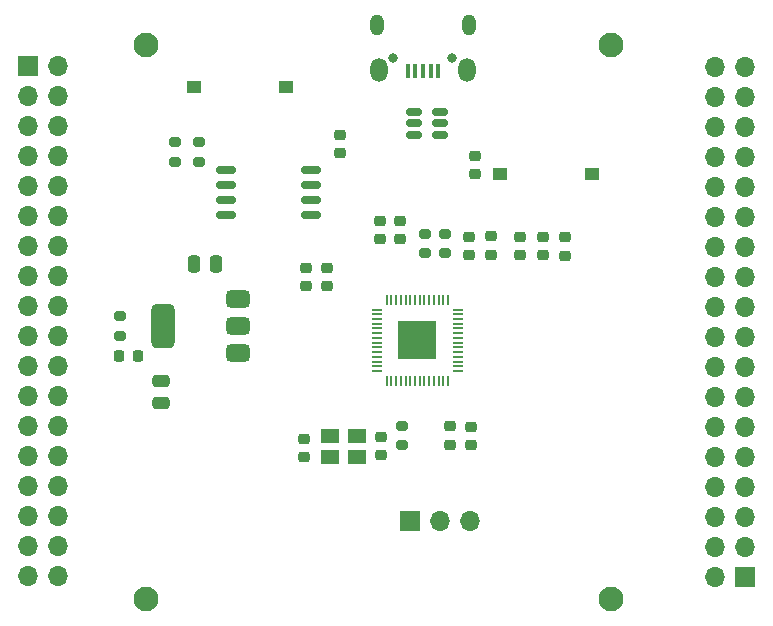
<source format=gbr>
%TF.GenerationSoftware,KiCad,Pcbnew,9.0.0*%
%TF.CreationDate,2025-07-15T18:26:09+02:00*%
%TF.ProjectId,RP2040,52503230-3430-42e6-9b69-6361645f7063,rev?*%
%TF.SameCoordinates,Original*%
%TF.FileFunction,Soldermask,Top*%
%TF.FilePolarity,Negative*%
%FSLAX46Y46*%
G04 Gerber Fmt 4.6, Leading zero omitted, Abs format (unit mm)*
G04 Created by KiCad (PCBNEW 9.0.0) date 2025-07-15 18:26:09*
%MOMM*%
%LPD*%
G01*
G04 APERTURE LIST*
G04 Aperture macros list*
%AMRoundRect*
0 Rectangle with rounded corners*
0 $1 Rounding radius*
0 $2 $3 $4 $5 $6 $7 $8 $9 X,Y pos of 4 corners*
0 Add a 4 corners polygon primitive as box body*
4,1,4,$2,$3,$4,$5,$6,$7,$8,$9,$2,$3,0*
0 Add four circle primitives for the rounded corners*
1,1,$1+$1,$2,$3*
1,1,$1+$1,$4,$5*
1,1,$1+$1,$6,$7*
1,1,$1+$1,$8,$9*
0 Add four rect primitives between the rounded corners*
20,1,$1+$1,$2,$3,$4,$5,0*
20,1,$1+$1,$4,$5,$6,$7,0*
20,1,$1+$1,$6,$7,$8,$9,0*
20,1,$1+$1,$8,$9,$2,$3,0*%
G04 Aperture macros list end*
%ADD10RoundRect,0.225000X0.250000X-0.225000X0.250000X0.225000X-0.250000X0.225000X-0.250000X-0.225000X0*%
%ADD11RoundRect,0.225000X-0.250000X0.225000X-0.250000X-0.225000X0.250000X-0.225000X0.250000X0.225000X0*%
%ADD12R,1.700000X1.700000*%
%ADD13O,1.700000X1.700000*%
%ADD14RoundRect,0.225000X-0.225000X-0.250000X0.225000X-0.250000X0.225000X0.250000X-0.225000X0.250000X0*%
%ADD15RoundRect,0.102000X-0.650000X0.525000X-0.650000X-0.525000X0.650000X-0.525000X0.650000X0.525000X0*%
%ADD16R,1.250000X1.000000*%
%ADD17RoundRect,0.250000X-0.475000X0.250000X-0.475000X-0.250000X0.475000X-0.250000X0.475000X0.250000X0*%
%ADD18RoundRect,0.200000X-0.275000X0.200000X-0.275000X-0.200000X0.275000X-0.200000X0.275000X0.200000X0*%
%ADD19RoundRect,0.200000X0.275000X-0.200000X0.275000X0.200000X-0.275000X0.200000X-0.275000X-0.200000X0*%
%ADD20C,2.100000*%
%ADD21RoundRect,0.162500X-0.650000X-0.162500X0.650000X-0.162500X0.650000X0.162500X-0.650000X0.162500X0*%
%ADD22RoundRect,0.150000X0.512500X0.150000X-0.512500X0.150000X-0.512500X-0.150000X0.512500X-0.150000X0*%
%ADD23RoundRect,0.250000X0.250000X0.475000X-0.250000X0.475000X-0.250000X-0.475000X0.250000X-0.475000X0*%
%ADD24O,0.800000X0.800000*%
%ADD25R,0.450000X1.300000*%
%ADD26O,1.150000X1.800000*%
%ADD27O,1.450000X2.000000*%
%ADD28RoundRect,0.050000X-0.387500X-0.050000X0.387500X-0.050000X0.387500X0.050000X-0.387500X0.050000X0*%
%ADD29RoundRect,0.050000X-0.050000X-0.387500X0.050000X-0.387500X0.050000X0.387500X-0.050000X0.387500X0*%
%ADD30R,3.200000X3.200000*%
%ADD31RoundRect,0.375000X0.625000X0.375000X-0.625000X0.375000X-0.625000X-0.375000X0.625000X-0.375000X0*%
%ADD32RoundRect,0.500000X0.500000X1.400000X-0.500000X1.400000X-0.500000X-1.400000X0.500000X-1.400000X0*%
G04 APERTURE END LIST*
D10*
%TO.C,C9*%
X159240000Y-54835000D03*
X159240000Y-53285000D03*
%TD*%
D11*
%TO.C,C3*%
X155100000Y-69330000D03*
X155100000Y-70880000D03*
%TD*%
D12*
%TO.C,J1*%
X117660000Y-38800000D03*
D13*
X120200000Y-38800000D03*
X117660000Y-41340000D03*
X120200000Y-41340000D03*
X117660000Y-43880000D03*
X120200000Y-43880000D03*
X117660000Y-46420000D03*
X120200000Y-46420000D03*
X117660000Y-48960000D03*
X120200000Y-48960000D03*
X117660000Y-51500000D03*
X120200000Y-51500000D03*
X117660000Y-54040000D03*
X120200000Y-54040000D03*
X117660000Y-56580000D03*
X120200000Y-56580000D03*
X117660000Y-59120000D03*
X120200000Y-59120000D03*
X117660000Y-61660000D03*
X120200000Y-61660000D03*
X117660000Y-64200000D03*
X120200000Y-64200000D03*
X117660000Y-66740000D03*
X120200000Y-66740000D03*
X117660000Y-69280000D03*
X120200000Y-69280000D03*
X117660000Y-71820000D03*
X120200000Y-71820000D03*
X117660000Y-74360000D03*
X120200000Y-74360000D03*
X117660000Y-76900000D03*
X120200000Y-76900000D03*
X117660000Y-79440000D03*
X120200000Y-79440000D03*
X117660000Y-81980000D03*
X120200000Y-81980000D03*
%TD*%
D14*
%TO.C,D1*%
X125365000Y-63350000D03*
X126915000Y-63350000D03*
%TD*%
D10*
%TO.C,C6*%
X149140000Y-53450000D03*
X149140000Y-51900000D03*
%TD*%
D12*
%TO.C,SWD*%
X150005000Y-77340000D03*
D13*
X152545000Y-77340000D03*
X155085000Y-77340000D03*
%TD*%
D15*
%TO.C,X1*%
X145452500Y-70115000D03*
X143152500Y-70115000D03*
X143152500Y-71865000D03*
X145452500Y-71865000D03*
%TD*%
D16*
%TO.C,BOOTSEL*%
X139462500Y-40595000D03*
X131712500Y-40595000D03*
%TD*%
D11*
%TO.C,C13*%
X155470000Y-46420000D03*
X155470000Y-47970000D03*
%TD*%
D17*
%TO.C,C17*%
X128880000Y-65430000D03*
X128880000Y-67330000D03*
%TD*%
D18*
%TO.C,R2*%
X132087500Y-45270000D03*
X132087500Y-46920000D03*
%TD*%
%TO.C,R1*%
X130087500Y-45270000D03*
X130087500Y-46920000D03*
%TD*%
D11*
%TO.C,C15*%
X140952500Y-70340000D03*
X140952500Y-71890000D03*
%TD*%
D10*
%TO.C,C8*%
X161240000Y-54835000D03*
X161240000Y-53285000D03*
%TD*%
D16*
%TO.C,RESET*%
X165345000Y-47920000D03*
X157595000Y-47920000D03*
%TD*%
D19*
%TO.C,R6*%
X125370000Y-61640000D03*
X125370000Y-59990000D03*
%TD*%
D20*
%TO.C,H2*%
X167000000Y-37000000D03*
%TD*%
D10*
%TO.C,C4*%
X142930000Y-57420000D03*
X142930000Y-55870000D03*
%TD*%
D11*
%TO.C,C2*%
X153340000Y-69310000D03*
X153340000Y-70860000D03*
%TD*%
D10*
%TO.C,C1*%
X144020000Y-46150000D03*
X144020000Y-44600000D03*
%TD*%
D12*
%TO.C,J2*%
X178300000Y-82040000D03*
D13*
X175760000Y-82040000D03*
X178300000Y-79500000D03*
X175760000Y-79500000D03*
X178300000Y-76960000D03*
X175760000Y-76960000D03*
X178300000Y-74420000D03*
X175760000Y-74420000D03*
X178300000Y-71880000D03*
X175760000Y-71880000D03*
X178300000Y-69340000D03*
X175760000Y-69340000D03*
X178300000Y-66800000D03*
X175760000Y-66800000D03*
X178300000Y-64260000D03*
X175760000Y-64260000D03*
X178300000Y-61720000D03*
X175760000Y-61720000D03*
X178300000Y-59180000D03*
X175760000Y-59180000D03*
X178300000Y-56640000D03*
X175760000Y-56640000D03*
X178300000Y-54100000D03*
X175760000Y-54100000D03*
X178300000Y-51560000D03*
X175760000Y-51560000D03*
X178300000Y-49020000D03*
X175760000Y-49020000D03*
X178300000Y-46480000D03*
X175760000Y-46480000D03*
X178300000Y-43940000D03*
X175760000Y-43940000D03*
X178300000Y-41400000D03*
X175760000Y-41400000D03*
X178300000Y-38860000D03*
X175760000Y-38860000D03*
%TD*%
D21*
%TO.C,U1*%
X134412500Y-47595000D03*
X134412500Y-48865000D03*
X134412500Y-50135000D03*
X134412500Y-51405000D03*
X141587500Y-51405000D03*
X141587500Y-50135000D03*
X141587500Y-48865000D03*
X141587500Y-47595000D03*
%TD*%
D10*
%TO.C,C5*%
X141120000Y-57415000D03*
X141120000Y-55865000D03*
%TD*%
%TO.C,C14*%
X147507500Y-71720000D03*
X147507500Y-70170000D03*
%TD*%
D22*
%TO.C,U3*%
X152545000Y-44600000D03*
X152545000Y-43650000D03*
X152545000Y-42700000D03*
X150270000Y-42700000D03*
X150270000Y-43650000D03*
X150270000Y-44600000D03*
%TD*%
D10*
%TO.C,C11*%
X154980000Y-54830000D03*
X154980000Y-53280000D03*
%TD*%
D23*
%TO.C,C16*%
X133580000Y-55540000D03*
X131680000Y-55540000D03*
%TD*%
D20*
%TO.C,H1*%
X127600000Y-37000000D03*
%TD*%
%TO.C,H4*%
X127600000Y-83900000D03*
%TD*%
D10*
%TO.C,C10*%
X163110000Y-54855000D03*
X163110000Y-53305000D03*
%TD*%
D18*
%TO.C,R4*%
X152895000Y-52985000D03*
X152895000Y-54635000D03*
%TD*%
D19*
%TO.C,R5*%
X149287500Y-70930000D03*
X149287500Y-69280000D03*
%TD*%
D10*
%TO.C,C7*%
X147410000Y-53470000D03*
X147410000Y-51920000D03*
%TD*%
D24*
%TO.C,USB*%
X153555000Y-38105000D03*
X148555000Y-38105000D03*
D25*
X152355000Y-39205000D03*
X151705000Y-39205000D03*
X151055000Y-39205000D03*
X150405000Y-39205000D03*
X149755000Y-39205000D03*
D26*
X154930000Y-35355000D03*
D27*
X154780000Y-39155000D03*
X147330000Y-39155000D03*
D26*
X147180000Y-35355000D03*
%TD*%
D28*
%TO.C,U2*%
X147147500Y-59420000D03*
X147147500Y-59820000D03*
X147147500Y-60220000D03*
X147147500Y-60620000D03*
X147147500Y-61020000D03*
X147147500Y-61420000D03*
X147147500Y-61820000D03*
X147147500Y-62220000D03*
X147147500Y-62620000D03*
X147147500Y-63020000D03*
X147147500Y-63420000D03*
X147147500Y-63820000D03*
X147147500Y-64220000D03*
X147147500Y-64620000D03*
D29*
X147985000Y-65457500D03*
X148385000Y-65457500D03*
X148785000Y-65457500D03*
X149185000Y-65457500D03*
X149585000Y-65457500D03*
X149985000Y-65457500D03*
X150385000Y-65457500D03*
X150785000Y-65457500D03*
X151185000Y-65457500D03*
X151585000Y-65457500D03*
X151985000Y-65457500D03*
X152385000Y-65457500D03*
X152785000Y-65457500D03*
X153185000Y-65457500D03*
D28*
X154022500Y-64620000D03*
X154022500Y-64220000D03*
X154022500Y-63820000D03*
X154022500Y-63420000D03*
X154022500Y-63020000D03*
X154022500Y-62620000D03*
X154022500Y-62220000D03*
X154022500Y-61820000D03*
X154022500Y-61420000D03*
X154022500Y-61020000D03*
X154022500Y-60620000D03*
X154022500Y-60220000D03*
X154022500Y-59820000D03*
X154022500Y-59420000D03*
D29*
X153185000Y-58582500D03*
X152785000Y-58582500D03*
X152385000Y-58582500D03*
X151985000Y-58582500D03*
X151585000Y-58582500D03*
X151185000Y-58582500D03*
X150785000Y-58582500D03*
X150385000Y-58582500D03*
X149985000Y-58582500D03*
X149585000Y-58582500D03*
X149185000Y-58582500D03*
X148785000Y-58582500D03*
X148385000Y-58582500D03*
X147985000Y-58582500D03*
D30*
X150585000Y-62020000D03*
%TD*%
D18*
%TO.C,R3*%
X151220000Y-52985000D03*
X151220000Y-54635000D03*
%TD*%
D31*
%TO.C,U4*%
X135360000Y-63090000D03*
X135360000Y-60790000D03*
D32*
X129060000Y-60790000D03*
D31*
X135360000Y-58490000D03*
%TD*%
D20*
%TO.C,H3*%
X167000000Y-83900000D03*
%TD*%
D10*
%TO.C,C12*%
X156780000Y-54770000D03*
X156780000Y-53220000D03*
%TD*%
M02*

</source>
